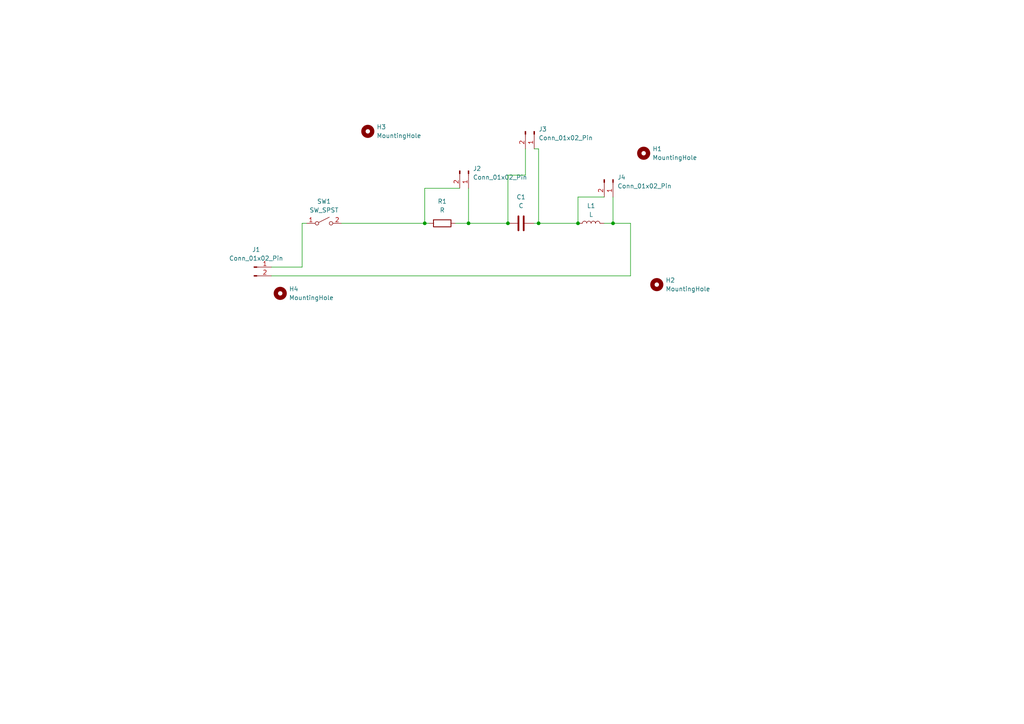
<source format=kicad_sch>
(kicad_sch (version 20230121) (generator eeschema)

  (uuid 63c86163-c95f-4804-8cdf-bedf643b82a2)

  (paper "A4")

  (lib_symbols
    (symbol "Connector:Conn_01x02_Pin" (pin_names (offset 1.016) hide) (in_bom yes) (on_board yes)
      (property "Reference" "J" (at 0 2.54 0)
        (effects (font (size 1.27 1.27)))
      )
      (property "Value" "Conn_01x02_Pin" (at 0 -5.08 0)
        (effects (font (size 1.27 1.27)))
      )
      (property "Footprint" "" (at 0 0 0)
        (effects (font (size 1.27 1.27)) hide)
      )
      (property "Datasheet" "~" (at 0 0 0)
        (effects (font (size 1.27 1.27)) hide)
      )
      (property "ki_locked" "" (at 0 0 0)
        (effects (font (size 1.27 1.27)))
      )
      (property "ki_keywords" "connector" (at 0 0 0)
        (effects (font (size 1.27 1.27)) hide)
      )
      (property "ki_description" "Generic connector, single row, 01x02, script generated" (at 0 0 0)
        (effects (font (size 1.27 1.27)) hide)
      )
      (property "ki_fp_filters" "Connector*:*_1x??_*" (at 0 0 0)
        (effects (font (size 1.27 1.27)) hide)
      )
      (symbol "Conn_01x02_Pin_1_1"
        (polyline
          (pts
            (xy 1.27 -2.54)
            (xy 0.8636 -2.54)
          )
          (stroke (width 0.1524) (type default))
          (fill (type none))
        )
        (polyline
          (pts
            (xy 1.27 0)
            (xy 0.8636 0)
          )
          (stroke (width 0.1524) (type default))
          (fill (type none))
        )
        (rectangle (start 0.8636 -2.413) (end 0 -2.667)
          (stroke (width 0.1524) (type default))
          (fill (type outline))
        )
        (rectangle (start 0.8636 0.127) (end 0 -0.127)
          (stroke (width 0.1524) (type default))
          (fill (type outline))
        )
        (pin passive line (at 5.08 0 180) (length 3.81)
          (name "Pin_1" (effects (font (size 1.27 1.27))))
          (number "1" (effects (font (size 1.27 1.27))))
        )
        (pin passive line (at 5.08 -2.54 180) (length 3.81)
          (name "Pin_2" (effects (font (size 1.27 1.27))))
          (number "2" (effects (font (size 1.27 1.27))))
        )
      )
    )
    (symbol "Device:C" (pin_numbers hide) (pin_names (offset 0.254)) (in_bom yes) (on_board yes)
      (property "Reference" "C" (at 0.635 2.54 0)
        (effects (font (size 1.27 1.27)) (justify left))
      )
      (property "Value" "C" (at 0.635 -2.54 0)
        (effects (font (size 1.27 1.27)) (justify left))
      )
      (property "Footprint" "" (at 0.9652 -3.81 0)
        (effects (font (size 1.27 1.27)) hide)
      )
      (property "Datasheet" "~" (at 0 0 0)
        (effects (font (size 1.27 1.27)) hide)
      )
      (property "ki_keywords" "cap capacitor" (at 0 0 0)
        (effects (font (size 1.27 1.27)) hide)
      )
      (property "ki_description" "Unpolarized capacitor" (at 0 0 0)
        (effects (font (size 1.27 1.27)) hide)
      )
      (property "ki_fp_filters" "C_*" (at 0 0 0)
        (effects (font (size 1.27 1.27)) hide)
      )
      (symbol "C_0_1"
        (polyline
          (pts
            (xy -2.032 -0.762)
            (xy 2.032 -0.762)
          )
          (stroke (width 0.508) (type default))
          (fill (type none))
        )
        (polyline
          (pts
            (xy -2.032 0.762)
            (xy 2.032 0.762)
          )
          (stroke (width 0.508) (type default))
          (fill (type none))
        )
      )
      (symbol "C_1_1"
        (pin passive line (at 0 3.81 270) (length 2.794)
          (name "~" (effects (font (size 1.27 1.27))))
          (number "1" (effects (font (size 1.27 1.27))))
        )
        (pin passive line (at 0 -3.81 90) (length 2.794)
          (name "~" (effects (font (size 1.27 1.27))))
          (number "2" (effects (font (size 1.27 1.27))))
        )
      )
    )
    (symbol "Device:L" (pin_numbers hide) (pin_names (offset 1.016) hide) (in_bom yes) (on_board yes)
      (property "Reference" "L" (at -1.27 0 90)
        (effects (font (size 1.27 1.27)))
      )
      (property "Value" "L" (at 1.905 0 90)
        (effects (font (size 1.27 1.27)))
      )
      (property "Footprint" "" (at 0 0 0)
        (effects (font (size 1.27 1.27)) hide)
      )
      (property "Datasheet" "~" (at 0 0 0)
        (effects (font (size 1.27 1.27)) hide)
      )
      (property "ki_keywords" "inductor choke coil reactor magnetic" (at 0 0 0)
        (effects (font (size 1.27 1.27)) hide)
      )
      (property "ki_description" "Inductor" (at 0 0 0)
        (effects (font (size 1.27 1.27)) hide)
      )
      (property "ki_fp_filters" "Choke_* *Coil* Inductor_* L_*" (at 0 0 0)
        (effects (font (size 1.27 1.27)) hide)
      )
      (symbol "L_0_1"
        (arc (start 0 -2.54) (mid 0.6323 -1.905) (end 0 -1.27)
          (stroke (width 0) (type default))
          (fill (type none))
        )
        (arc (start 0 -1.27) (mid 0.6323 -0.635) (end 0 0)
          (stroke (width 0) (type default))
          (fill (type none))
        )
        (arc (start 0 0) (mid 0.6323 0.635) (end 0 1.27)
          (stroke (width 0) (type default))
          (fill (type none))
        )
        (arc (start 0 1.27) (mid 0.6323 1.905) (end 0 2.54)
          (stroke (width 0) (type default))
          (fill (type none))
        )
      )
      (symbol "L_1_1"
        (pin passive line (at 0 3.81 270) (length 1.27)
          (name "1" (effects (font (size 1.27 1.27))))
          (number "1" (effects (font (size 1.27 1.27))))
        )
        (pin passive line (at 0 -3.81 90) (length 1.27)
          (name "2" (effects (font (size 1.27 1.27))))
          (number "2" (effects (font (size 1.27 1.27))))
        )
      )
    )
    (symbol "Device:R" (pin_numbers hide) (pin_names (offset 0)) (in_bom yes) (on_board yes)
      (property "Reference" "R" (at 2.032 0 90)
        (effects (font (size 1.27 1.27)))
      )
      (property "Value" "R" (at 0 0 90)
        (effects (font (size 1.27 1.27)))
      )
      (property "Footprint" "" (at -1.778 0 90)
        (effects (font (size 1.27 1.27)) hide)
      )
      (property "Datasheet" "~" (at 0 0 0)
        (effects (font (size 1.27 1.27)) hide)
      )
      (property "ki_keywords" "R res resistor" (at 0 0 0)
        (effects (font (size 1.27 1.27)) hide)
      )
      (property "ki_description" "Resistor" (at 0 0 0)
        (effects (font (size 1.27 1.27)) hide)
      )
      (property "ki_fp_filters" "R_*" (at 0 0 0)
        (effects (font (size 1.27 1.27)) hide)
      )
      (symbol "R_0_1"
        (rectangle (start -1.016 -2.54) (end 1.016 2.54)
          (stroke (width 0.254) (type default))
          (fill (type none))
        )
      )
      (symbol "R_1_1"
        (pin passive line (at 0 3.81 270) (length 1.27)
          (name "~" (effects (font (size 1.27 1.27))))
          (number "1" (effects (font (size 1.27 1.27))))
        )
        (pin passive line (at 0 -3.81 90) (length 1.27)
          (name "~" (effects (font (size 1.27 1.27))))
          (number "2" (effects (font (size 1.27 1.27))))
        )
      )
    )
    (symbol "Mechanical:MountingHole" (pin_names (offset 1.016)) (in_bom yes) (on_board yes)
      (property "Reference" "H" (at 0 5.08 0)
        (effects (font (size 1.27 1.27)))
      )
      (property "Value" "MountingHole" (at 0 3.175 0)
        (effects (font (size 1.27 1.27)))
      )
      (property "Footprint" "" (at 0 0 0)
        (effects (font (size 1.27 1.27)) hide)
      )
      (property "Datasheet" "~" (at 0 0 0)
        (effects (font (size 1.27 1.27)) hide)
      )
      (property "ki_keywords" "mounting hole" (at 0 0 0)
        (effects (font (size 1.27 1.27)) hide)
      )
      (property "ki_description" "Mounting Hole without connection" (at 0 0 0)
        (effects (font (size 1.27 1.27)) hide)
      )
      (property "ki_fp_filters" "MountingHole*" (at 0 0 0)
        (effects (font (size 1.27 1.27)) hide)
      )
      (symbol "MountingHole_0_1"
        (circle (center 0 0) (radius 1.27)
          (stroke (width 1.27) (type default))
          (fill (type none))
        )
      )
    )
    (symbol "Switch:SW_SPST" (pin_names (offset 0) hide) (in_bom yes) (on_board yes)
      (property "Reference" "SW" (at 0 3.175 0)
        (effects (font (size 1.27 1.27)))
      )
      (property "Value" "SW_SPST" (at 0 -2.54 0)
        (effects (font (size 1.27 1.27)))
      )
      (property "Footprint" "" (at 0 0 0)
        (effects (font (size 1.27 1.27)) hide)
      )
      (property "Datasheet" "~" (at 0 0 0)
        (effects (font (size 1.27 1.27)) hide)
      )
      (property "ki_keywords" "switch lever" (at 0 0 0)
        (effects (font (size 1.27 1.27)) hide)
      )
      (property "ki_description" "Single Pole Single Throw (SPST) switch" (at 0 0 0)
        (effects (font (size 1.27 1.27)) hide)
      )
      (symbol "SW_SPST_0_0"
        (circle (center -2.032 0) (radius 0.508)
          (stroke (width 0) (type default))
          (fill (type none))
        )
        (polyline
          (pts
            (xy -1.524 0.254)
            (xy 1.524 1.778)
          )
          (stroke (width 0) (type default))
          (fill (type none))
        )
        (circle (center 2.032 0) (radius 0.508)
          (stroke (width 0) (type default))
          (fill (type none))
        )
      )
      (symbol "SW_SPST_1_1"
        (pin passive line (at -5.08 0 0) (length 2.54)
          (name "A" (effects (font (size 1.27 1.27))))
          (number "1" (effects (font (size 1.27 1.27))))
        )
        (pin passive line (at 5.08 0 180) (length 2.54)
          (name "B" (effects (font (size 1.27 1.27))))
          (number "2" (effects (font (size 1.27 1.27))))
        )
      )
    )
  )

  (junction (at 123.19 64.77) (diameter 0) (color 0 0 0 0)
    (uuid 18e0432b-c0c0-44e7-a11a-99e4416dad11)
  )
  (junction (at 177.8 64.77) (diameter 0) (color 0 0 0 0)
    (uuid 292cfed9-3b8f-468b-a999-b53a95fa5751)
  )
  (junction (at 167.64 64.77) (diameter 0) (color 0 0 0 0)
    (uuid 46934e1d-d147-4e43-92bc-602af16b9d65)
  )
  (junction (at 156.21 64.77) (diameter 0) (color 0 0 0 0)
    (uuid 4d21c1be-011f-4920-b630-a0a888d52cdd)
  )
  (junction (at 135.89 64.77) (diameter 0) (color 0 0 0 0)
    (uuid 5e13e6d2-b63b-4e3a-a2d8-b6f0776a2790)
  )
  (junction (at 147.32 64.77) (diameter 0) (color 0 0 0 0)
    (uuid a386ec45-97e7-4ca0-a15d-7d3992417af7)
  )

  (wire (pts (xy 123.19 54.61) (xy 123.19 64.77))
    (stroke (width 0) (type default))
    (uuid 1eb6b575-e30c-47b7-8886-c0bce73ef8b3)
  )
  (wire (pts (xy 78.74 80.01) (xy 182.88 80.01))
    (stroke (width 0) (type default))
    (uuid 2ebf9fd3-da40-48d9-bab0-88b0d9c5e128)
  )
  (wire (pts (xy 156.21 43.18) (xy 156.21 64.77))
    (stroke (width 0) (type default))
    (uuid 4ba67f56-7ed4-4c06-a47f-9b6ac6c24072)
  )
  (wire (pts (xy 87.63 77.47) (xy 87.63 64.77))
    (stroke (width 0) (type default))
    (uuid 4c57e90c-f750-4655-80a9-fc7ab76469a0)
  )
  (wire (pts (xy 175.26 64.77) (xy 177.8 64.77))
    (stroke (width 0) (type default))
    (uuid 5a02ef19-2966-428d-94a6-fc81e21dfe46)
  )
  (wire (pts (xy 132.08 64.77) (xy 135.89 64.77))
    (stroke (width 0) (type default))
    (uuid 631cbda9-a5e6-4839-9965-a57fb2c4b400)
  )
  (wire (pts (xy 175.26 57.15) (xy 167.64 57.15))
    (stroke (width 0) (type default))
    (uuid 648bdd09-6b27-44bf-9cd9-d8b5e14adda5)
  )
  (wire (pts (xy 152.4 50.8) (xy 147.32 50.8))
    (stroke (width 0) (type default))
    (uuid 6ae4243e-d524-4e47-ba0b-ecea21e8aa52)
  )
  (wire (pts (xy 99.06 64.77) (xy 123.19 64.77))
    (stroke (width 0) (type default))
    (uuid 6b50da6f-8cdd-47e9-901d-8bc469fb0505)
  )
  (wire (pts (xy 182.88 80.01) (xy 182.88 64.77))
    (stroke (width 0) (type default))
    (uuid 7464bc0e-3c8d-4f0e-b128-92b32cb09cb9)
  )
  (wire (pts (xy 78.74 77.47) (xy 87.63 77.47))
    (stroke (width 0) (type default))
    (uuid 74f08128-37e7-4fe9-860f-d0127c1bbfa8)
  )
  (wire (pts (xy 123.19 54.61) (xy 133.35 54.61))
    (stroke (width 0) (type default))
    (uuid 7619253b-ecbc-4aa3-a7cc-4dcdc8f78b4b)
  )
  (wire (pts (xy 135.89 64.77) (xy 147.32 64.77))
    (stroke (width 0) (type default))
    (uuid 82029f25-61c0-441b-b95e-72550ac434be)
  )
  (wire (pts (xy 87.63 64.77) (xy 88.9 64.77))
    (stroke (width 0) (type default))
    (uuid 8b36dd7f-25f6-4cec-9971-1065d806cd79)
  )
  (wire (pts (xy 167.64 57.15) (xy 167.64 64.77))
    (stroke (width 0) (type default))
    (uuid 9ab9ee98-8481-4cbe-9928-37e9056dc8d2)
  )
  (wire (pts (xy 177.8 64.77) (xy 182.88 64.77))
    (stroke (width 0) (type default))
    (uuid a331d104-bbc3-4728-87f1-d34fb2cd7e36)
  )
  (wire (pts (xy 152.4 43.18) (xy 152.4 50.8))
    (stroke (width 0) (type default))
    (uuid af846bb6-ee4d-4efa-8f2e-95c0287a0833)
  )
  (wire (pts (xy 156.21 64.77) (xy 167.64 64.77))
    (stroke (width 0) (type default))
    (uuid b8f0d4cc-79db-4b09-9033-328a649a7b41)
  )
  (wire (pts (xy 123.19 64.77) (xy 124.46 64.77))
    (stroke (width 0) (type default))
    (uuid ba0536a2-0194-4fad-b2a3-2f267a81ff88)
  )
  (wire (pts (xy 135.89 54.61) (xy 135.89 64.77))
    (stroke (width 0) (type default))
    (uuid c1682263-c640-4dad-98dd-e599f5db8bba)
  )
  (wire (pts (xy 154.94 64.77) (xy 156.21 64.77))
    (stroke (width 0) (type default))
    (uuid cdc11377-9aa8-44b4-80fc-de0a34177b36)
  )
  (wire (pts (xy 154.94 43.18) (xy 156.21 43.18))
    (stroke (width 0) (type default))
    (uuid db11718b-38ad-4491-9bdd-ab22a718f6c3)
  )
  (wire (pts (xy 177.8 57.15) (xy 177.8 64.77))
    (stroke (width 0) (type default))
    (uuid e4e29ff0-ba7d-4c2a-8df4-b6b89e68873c)
  )
  (wire (pts (xy 147.32 50.8) (xy 147.32 64.77))
    (stroke (width 0) (type default))
    (uuid f35b1d62-178a-49d6-a357-8702e094f55c)
  )

  (symbol (lib_id "Mechanical:MountingHole") (at 106.68 38.1 0) (unit 1)
    (in_bom yes) (on_board yes) (dnp no) (fields_autoplaced)
    (uuid 29d90028-4a9c-43ad-b446-b22b33b6f2e1)
    (property "Reference" "H3" (at 109.22 36.83 0)
      (effects (font (size 1.27 1.27)) (justify left))
    )
    (property "Value" "MountingHole" (at 109.22 39.37 0)
      (effects (font (size 1.27 1.27)) (justify left))
    )
    (property "Footprint" "MountingHole:MountingHole_2.2mm_M2" (at 106.68 38.1 0)
      (effects (font (size 1.27 1.27)) hide)
    )
    (property "Datasheet" "~" (at 106.68 38.1 0)
      (effects (font (size 1.27 1.27)) hide)
    )
    (instances
      (project "lrc pcb design"
        (path "/63c86163-c95f-4804-8cdf-bedf643b82a2"
          (reference "H3") (unit 1)
        )
      )
    )
  )

  (symbol (lib_id "Connector:Conn_01x02_Pin") (at 177.8 52.07 270) (unit 1)
    (in_bom yes) (on_board yes) (dnp no) (fields_autoplaced)
    (uuid 3051726e-ec28-4071-9f67-0952a511f1a6)
    (property "Reference" "J4" (at 179.07 51.435 90)
      (effects (font (size 1.27 1.27)) (justify left))
    )
    (property "Value" "Conn_01x02_Pin" (at 179.07 53.975 90)
      (effects (font (size 1.27 1.27)) (justify left))
    )
    (property "Footprint" "Connector_PinHeader_2.54mm:PinHeader_1x02_P2.54mm_Vertical" (at 177.8 52.07 0)
      (effects (font (size 1.27 1.27)) hide)
    )
    (property "Datasheet" "~" (at 177.8 52.07 0)
      (effects (font (size 1.27 1.27)) hide)
    )
    (pin "1" (uuid 9f97e8b9-69ce-4b7c-80b0-799b720b4bfe))
    (pin "2" (uuid bba2ce37-0067-4fef-8177-1009f316dbf2))
    (instances
      (project "lrc pcb design"
        (path "/63c86163-c95f-4804-8cdf-bedf643b82a2"
          (reference "J4") (unit 1)
        )
      )
    )
  )

  (symbol (lib_id "Connector:Conn_01x02_Pin") (at 135.89 49.53 270) (unit 1)
    (in_bom yes) (on_board yes) (dnp no) (fields_autoplaced)
    (uuid 30d66cfb-435f-4648-928d-0a124548204a)
    (property "Reference" "J2" (at 137.16 48.895 90)
      (effects (font (size 1.27 1.27)) (justify left))
    )
    (property "Value" "Conn_01x02_Pin" (at 137.16 51.435 90)
      (effects (font (size 1.27 1.27)) (justify left))
    )
    (property "Footprint" "Connector_PinHeader_2.54mm:PinHeader_1x02_P2.54mm_Vertical" (at 135.89 49.53 0)
      (effects (font (size 1.27 1.27)) hide)
    )
    (property "Datasheet" "~" (at 135.89 49.53 0)
      (effects (font (size 1.27 1.27)) hide)
    )
    (pin "1" (uuid 722fb066-a879-448c-9de9-f2976dad14fb))
    (pin "2" (uuid 139eb3e4-9a12-489e-9aef-ff5497267cb3))
    (instances
      (project "lrc pcb design"
        (path "/63c86163-c95f-4804-8cdf-bedf643b82a2"
          (reference "J2") (unit 1)
        )
      )
    )
  )

  (symbol (lib_id "Switch:SW_SPST") (at 93.98 64.77 0) (unit 1)
    (in_bom yes) (on_board yes) (dnp no) (fields_autoplaced)
    (uuid 3c14bb88-6145-4497-a4f8-9e9a672ce937)
    (property "Reference" "SW1" (at 93.98 58.42 0)
      (effects (font (size 1.27 1.27)))
    )
    (property "Value" "SW_SPST" (at 93.98 60.96 0)
      (effects (font (size 1.27 1.27)))
    )
    (property "Footprint" "Button_Switch_THT:SW_DIP_SPSTx01_Piano_10.8x4.1mm_W7.62mm_P2.54mm" (at 93.98 64.77 0)
      (effects (font (size 1.27 1.27)) hide)
    )
    (property "Datasheet" "~" (at 93.98 64.77 0)
      (effects (font (size 1.27 1.27)) hide)
    )
    (pin "1" (uuid 966421a4-53c6-439a-bf09-f5e32ef4c06a))
    (pin "2" (uuid 9e1fe50f-7702-4843-8c23-efa598253943))
    (instances
      (project "lrc pcb design"
        (path "/63c86163-c95f-4804-8cdf-bedf643b82a2"
          (reference "SW1") (unit 1)
        )
      )
    )
  )

  (symbol (lib_id "Connector:Conn_01x02_Pin") (at 154.94 38.1 270) (unit 1)
    (in_bom yes) (on_board yes) (dnp no) (fields_autoplaced)
    (uuid 3ca05a09-3084-4e0d-909d-ba94eb5cbe06)
    (property "Reference" "J3" (at 156.21 37.465 90)
      (effects (font (size 1.27 1.27)) (justify left))
    )
    (property "Value" "Conn_01x02_Pin" (at 156.21 40.005 90)
      (effects (font (size 1.27 1.27)) (justify left))
    )
    (property "Footprint" "Connector_PinHeader_2.54mm:PinHeader_1x02_P2.54mm_Vertical" (at 154.94 38.1 0)
      (effects (font (size 1.27 1.27)) hide)
    )
    (property "Datasheet" "~" (at 154.94 38.1 0)
      (effects (font (size 1.27 1.27)) hide)
    )
    (pin "1" (uuid 0be9e85a-1008-4f33-8999-7aa9d02aa73c))
    (pin "2" (uuid 54dd39b9-fa84-4ef1-9249-c194849a900b))
    (instances
      (project "lrc pcb design"
        (path "/63c86163-c95f-4804-8cdf-bedf643b82a2"
          (reference "J3") (unit 1)
        )
      )
    )
  )

  (symbol (lib_id "Mechanical:MountingHole") (at 190.5 82.55 0) (unit 1)
    (in_bom yes) (on_board yes) (dnp no) (fields_autoplaced)
    (uuid 76416b84-e179-49a3-acf9-f8ffa3c80d0e)
    (property "Reference" "H2" (at 193.04 81.28 0)
      (effects (font (size 1.27 1.27)) (justify left))
    )
    (property "Value" "MountingHole" (at 193.04 83.82 0)
      (effects (font (size 1.27 1.27)) (justify left))
    )
    (property "Footprint" "MountingHole:MountingHole_2.2mm_M2" (at 190.5 82.55 0)
      (effects (font (size 1.27 1.27)) hide)
    )
    (property "Datasheet" "~" (at 190.5 82.55 0)
      (effects (font (size 1.27 1.27)) hide)
    )
    (instances
      (project "lrc pcb design"
        (path "/63c86163-c95f-4804-8cdf-bedf643b82a2"
          (reference "H2") (unit 1)
        )
      )
    )
  )

  (symbol (lib_id "Connector:Conn_01x02_Pin") (at 73.66 77.47 0) (unit 1)
    (in_bom yes) (on_board yes) (dnp no) (fields_autoplaced)
    (uuid 7f1e3b06-64d5-4d4d-a523-711afdb90a49)
    (property "Reference" "J1" (at 74.295 72.39 0)
      (effects (font (size 1.27 1.27)))
    )
    (property "Value" "Conn_01x02_Pin" (at 74.295 74.93 0)
      (effects (font (size 1.27 1.27)))
    )
    (property "Footprint" "Connector_PinHeader_2.54mm:PinHeader_1x02_P2.54mm_Vertical" (at 73.66 77.47 0)
      (effects (font (size 1.27 1.27)) hide)
    )
    (property "Datasheet" "~" (at 73.66 77.47 0)
      (effects (font (size 1.27 1.27)) hide)
    )
    (pin "1" (uuid 20621d81-b788-4e77-b114-bc43094a528f))
    (pin "2" (uuid 738c52ab-3928-430c-afe6-81cc54b1a80f))
    (instances
      (project "lrc pcb design"
        (path "/63c86163-c95f-4804-8cdf-bedf643b82a2"
          (reference "J1") (unit 1)
        )
      )
    )
  )

  (symbol (lib_id "Mechanical:MountingHole") (at 81.28 85.09 0) (unit 1)
    (in_bom yes) (on_board yes) (dnp no) (fields_autoplaced)
    (uuid 80b3e612-f5b7-4572-aaea-2563ea1b43c1)
    (property "Reference" "H4" (at 83.82 83.82 0)
      (effects (font (size 1.27 1.27)) (justify left))
    )
    (property "Value" "MountingHole" (at 83.82 86.36 0)
      (effects (font (size 1.27 1.27)) (justify left))
    )
    (property "Footprint" "MountingHole:MountingHole_2.2mm_M2" (at 81.28 85.09 0)
      (effects (font (size 1.27 1.27)) hide)
    )
    (property "Datasheet" "~" (at 81.28 85.09 0)
      (effects (font (size 1.27 1.27)) hide)
    )
    (instances
      (project "lrc pcb design"
        (path "/63c86163-c95f-4804-8cdf-bedf643b82a2"
          (reference "H4") (unit 1)
        )
      )
    )
  )

  (symbol (lib_id "Device:L") (at 171.45 64.77 90) (unit 1)
    (in_bom yes) (on_board yes) (dnp no) (fields_autoplaced)
    (uuid 96272923-6e77-4610-a297-7a85768d2c28)
    (property "Reference" "L1" (at 171.45 59.69 90)
      (effects (font (size 1.27 1.27)))
    )
    (property "Value" "L" (at 171.45 62.23 90)
      (effects (font (size 1.27 1.27)))
    )
    (property "Footprint" "Inductor_THT:L_Axial_L6.6mm_D2.7mm_P2.54mm_Vertical_Vishay_IM-2" (at 171.45 64.77 0)
      (effects (font (size 1.27 1.27)) hide)
    )
    (property "Datasheet" "~" (at 171.45 64.77 0)
      (effects (font (size 1.27 1.27)) hide)
    )
    (pin "1" (uuid 9c15e463-51cb-4516-b3f2-ff62976cffe4))
    (pin "2" (uuid 4504f805-5160-46c2-8db4-06259909e1e8))
    (instances
      (project "lrc pcb design"
        (path "/63c86163-c95f-4804-8cdf-bedf643b82a2"
          (reference "L1") (unit 1)
        )
      )
    )
  )

  (symbol (lib_id "Device:R") (at 128.27 64.77 90) (unit 1)
    (in_bom yes) (on_board yes) (dnp no) (fields_autoplaced)
    (uuid daafc198-928c-474e-88bc-d5e21a663d91)
    (property "Reference" "R1" (at 128.27 58.42 90)
      (effects (font (size 1.27 1.27)))
    )
    (property "Value" "R" (at 128.27 60.96 90)
      (effects (font (size 1.27 1.27)))
    )
    (property "Footprint" "Resistor_THT:R_Axial_DIN0204_L3.6mm_D1.6mm_P5.08mm_Horizontal" (at 128.27 66.548 90)
      (effects (font (size 1.27 1.27)) hide)
    )
    (property "Datasheet" "~" (at 128.27 64.77 0)
      (effects (font (size 1.27 1.27)) hide)
    )
    (pin "1" (uuid 54ba37ee-f430-4bd4-a95b-75bc1f4514b1))
    (pin "2" (uuid fe3d73c0-2d54-422f-833f-83f108936b0b))
    (instances
      (project "lrc pcb design"
        (path "/63c86163-c95f-4804-8cdf-bedf643b82a2"
          (reference "R1") (unit 1)
        )
      )
    )
  )

  (symbol (lib_id "Mechanical:MountingHole") (at 186.69 44.45 0) (unit 1)
    (in_bom yes) (on_board yes) (dnp no) (fields_autoplaced)
    (uuid e1564ad2-8a50-45f8-b235-97723c123538)
    (property "Reference" "H1" (at 189.23 43.18 0)
      (effects (font (size 1.27 1.27)) (justify left))
    )
    (property "Value" "MountingHole" (at 189.23 45.72 0)
      (effects (font (size 1.27 1.27)) (justify left))
    )
    (property "Footprint" "MountingHole:MountingHole_2.2mm_M2" (at 186.69 44.45 0)
      (effects (font (size 1.27 1.27)) hide)
    )
    (property "Datasheet" "~" (at 186.69 44.45 0)
      (effects (font (size 1.27 1.27)) hide)
    )
    (instances
      (project "lrc pcb design"
        (path "/63c86163-c95f-4804-8cdf-bedf643b82a2"
          (reference "H1") (unit 1)
        )
      )
    )
  )

  (symbol (lib_id "Device:C") (at 151.13 64.77 90) (unit 1)
    (in_bom yes) (on_board yes) (dnp no) (fields_autoplaced)
    (uuid e22f1386-9fa8-4d7d-b056-d4627d36c77f)
    (property "Reference" "C1" (at 151.13 57.15 90)
      (effects (font (size 1.27 1.27)))
    )
    (property "Value" "C" (at 151.13 59.69 90)
      (effects (font (size 1.27 1.27)))
    )
    (property "Footprint" "Capacitor_THT:CP_Axial_L11.0mm_D6.0mm_P18.00mm_Horizontal" (at 154.94 63.8048 0)
      (effects (font (size 1.27 1.27)) hide)
    )
    (property "Datasheet" "~" (at 151.13 64.77 0)
      (effects (font (size 1.27 1.27)) hide)
    )
    (pin "1" (uuid 1060ec64-65ad-426a-8f3f-c829aa810a96))
    (pin "2" (uuid c20f42c9-941a-4bce-8ad8-bc148f76a087))
    (instances
      (project "lrc pcb design"
        (path "/63c86163-c95f-4804-8cdf-bedf643b82a2"
          (reference "C1") (unit 1)
        )
      )
    )
  )

  (sheet_instances
    (path "/" (page "1"))
  )
)

</source>
